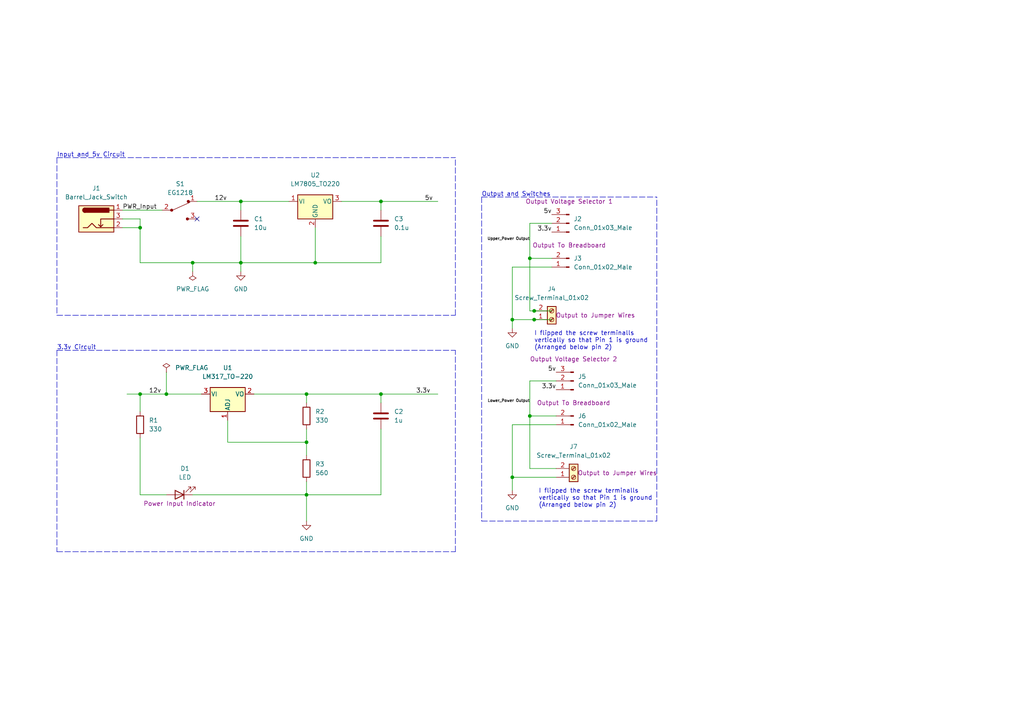
<source format=kicad_sch>
(kicad_sch (version 20211123) (generator eeschema)
  (paper "A4")
  (title_block (title "Breadboard Power Supply") (date "2023-01-02") (rev "1") (comment 1 "Peter Sheldon"))
  (lib_symbols
    (symbol "Connector:Barrel_Jack_Switch" (pin_names hide)
      (property "Reference" "J" (at 0 5.334 0))
      (property "Value" "Barrel_Jack_Switch" (at 0 -5.08 0))
      (symbol "Barrel_Jack_Switch_0_1"
        (rectangle (start -5.08 3.81) (end 5.08 -3.81) (stroke (width 0.254)) (fill (type background)))
        (arc (start -3.302 3.175) (mid -3.937 2.54) (end -3.302 1.905) (stroke (width 0.254)))
        (arc (start -3.302 3.175) (mid -3.937 2.54) (end -3.302 1.905) (stroke (width 0.254)) (fill (type outline)))
        (polyline (pts (xy 1.27 -2.286) (xy 1.905 -1.651)) (stroke (width 0.254)))
        (polyline (pts (xy 5.08 2.54) (xy 3.81 2.54)) (stroke (width 0.254)))
        (polyline (pts (xy 5.08 0) (xy 1.27 0) (xy 1.27 -2.286) (xy 0.635 -1.651)) (stroke (width 0.254)))
        (polyline (pts (xy -3.81 -2.54) (xy -2.54 -2.54) (xy -1.27 -1.27) (xy 0 -2.54) (xy 2.54 -2.54) (xy 5.08 -2.54)) (stroke (width 0.254)))
        (rectangle (start 3.683 3.175) (end -3.302 1.905) (stroke (width 0.254)) (fill (type outline)))
      )
      (symbol "Barrel_Jack_Switch_1_1"
        (pin passive line (at 7.62 2.54 180) (length 2.54) (name "~") (number "1"))
        (pin passive line (at 7.62 -2.54 180) (length 2.54) (name "~") (number "2"))
        (pin passive line (at 7.62 0 180) (length 2.54) (name "~") (number "3"))
      )
    )
    (symbol "Connector:Conn_01x02_Male" (pin_names (offset 1.016) hide)
      (property "Reference" "J" (at 0 2.54 0))
      (property "Value" "Conn_01x02_Male" (at 0 -5.08 0))
      (symbol "Conn_01x02_Male_1_1"
        (polyline (pts (xy 1.27 -2.54) (xy 0.8636 -2.54)) (stroke (width 0.1524)))
        (polyline (pts (xy 1.27 0) (xy 0.8636 0)) (stroke (width 0.1524)))
        (rectangle (start 0.8636 -2.413) (end 0 -2.667) (stroke (width 0.1524)) (fill (type outline)))
        (rectangle (start 0.8636 0.127) (end 0 -0.127) (stroke (width 0.1524)) (fill (type outline)))
        (pin passive line (at 5.08 0 180) (length 3.81) (name "Pin_1") (number "1"))
        (pin passive line (at 5.08 -2.54 180) (length 3.81) (name "Pin_2") (number "2"))
      )
    )
    (symbol "Connector:Conn_01x03_Male" (pin_names (offset 1.016) hide)
      (property "Reference" "J" (at 0 5.08 0))
      (property "Value" "Conn_01x03_Male" (at 0 -5.08 0))
      (symbol "Conn_01x03_Male_1_1"
        (polyline (pts (xy 1.27 -2.54) (xy 0.8636 -2.54)) (stroke (width 0.1524)))
        (polyline (pts (xy 1.27 0) (xy 0.8636 0)) (stroke (width 0.1524)))
        (polyline (pts (xy 1.27 2.54) (xy 0.8636 2.54)) (stroke (width 0.1524)))
        (rectangle (start 0.8636 -2.413) (end 0 -2.667) (stroke (width 0.1524)) (fill (type outline)))
        (rectangle (start 0.8636 0.127) (end 0 -0.127) (stroke (width 0.1524)) (fill (type outline)))
        (rectangle (start 0.8636 2.667) (end 0 2.413) (stroke (width 0.1524)) (fill (type outline)))
        (pin passive line (at 5.08 2.54 180) (length 3.81) (name "Pin_1") (number "1"))
        (pin passive line (at 5.08 0 180) (length 3.81) (name "Pin_2") (number "2"))
        (pin passive line (at 5.08 -2.54 180) (length 3.81) (name "Pin_3") (number "3"))
      )
    )
    (symbol "Connector:Screw_Terminal_01x02" (pin_names (offset 1.016) hide)
      (property "Reference" "J" (at 0 2.54 0))
      (property "Value" "Screw_Terminal_01x02" (at 0 -5.08 0))
      (symbol "Screw_Terminal_01x02_1_1"
        (rectangle (start -1.27 1.27) (end 1.27 -3.81) (stroke (width 0.254)) (fill (type background)))
        (circle (center 0 -2.54) (radius 0.635) (stroke (width 0.1524)))
        (polyline (pts (xy -0.5334 -2.2098) (xy 0.3302 -3.048)) (stroke (width 0.1524)))
        (polyline (pts (xy -0.5334 0.3302) (xy 0.3302 -0.508)) (stroke (width 0.1524)))
        (polyline (pts (xy -0.3556 -2.032) (xy 0.508 -2.8702)) (stroke (width 0.1524)))
        (polyline (pts (xy -0.3556 0.508) (xy 0.508 -0.3302)) (stroke (width 0.1524)))
        (circle (center 0 0) (radius 0.635) (stroke (width 0.1524)))
        (pin passive line (at -5.08 0 0) (length 3.81) (name "Pin_1") (number "1"))
        (pin passive line (at -5.08 -2.54 0) (length 3.81) (name "Pin_2") (number "2"))
      )
    )
    (symbol "Device:C" (pin_numbers hide) (pin_names (offset 0.254))
      (property "Reference" "C" (at 0.635 2.54 0))
      (property "Value" "C" (at 0.635 -2.54 0))
      (symbol "C_0_1"
        (polyline (pts (xy -2.032 -0.762) (xy 2.032 -0.762)) (stroke (width 0.508)))
        (polyline (pts (xy -2.032 0.762) (xy 2.032 0.762)) (stroke (width 0.508)))
      )
      (symbol "C_1_1"
        (pin passive line (at 0 3.81 270) (length 2.794) (name "~") (number "1"))
        (pin passive line (at 0 -3.81 90) (length 2.794) (name "~") (number "2"))
      )
    )
    (symbol "Device:LED" (pin_numbers hide) (pin_names (offset 1.016) hide)
      (property "Reference" "D" (at 0 2.54 0))
      (property "Value" "LED" (at 0 -2.54 0))
      (symbol "LED_0_1"
        (polyline (pts (xy -1.27 -1.27) (xy -1.27 1.27)) (stroke (width 0.254)))
        (polyline (pts (xy -1.27 0) (xy 1.27 0)))
        (polyline (pts (xy 1.27 -1.27) (xy 1.27 1.27) (xy -1.27 0) (xy 1.27 -1.27)) (stroke (width 0.254)))
        (polyline (pts (xy -3.048 -0.762) (xy -4.572 -2.286) (xy -3.81 -2.286) (xy -4.572 -2.286) (xy -4.572 -1.524)))
        (polyline (pts (xy -1.778 -0.762) (xy -3.302 -2.286) (xy -2.54 -2.286) (xy -3.302 -2.286) (xy -3.302 -1.524)))
      )
      (symbol "LED_1_1"
        (pin passive line (at -3.81 0 0) (length 2.54) (name "K") (number "1"))
        (pin passive line (at 3.81 0 180) (length 2.54) (name "A") (number "2"))
      )
    )
    (symbol "Device:R" (pin_numbers hide) (pin_names (offset 0))
      (property "Reference" "R" (at 2.032 0 90))
      (property "Value" "R" (at 0 0 90))
      (symbol "R_0_1"
        (rectangle (start -1.016 -2.54) (end 1.016 2.54) (stroke (width 0.254)))
      )
      (symbol "R_1_1"
        (pin passive line (at 0 3.81 270) (length 1.27) (name "~") (number "1"))
        (pin passive line (at 0 -3.81 90) (length 1.27) (name "~") (number "2"))
      )
    )
    (symbol "Regulator_Linear:LM317_TO-220" (pin_names (offset 0.254))
      (property "Reference" "U" (at -3.81 3.175 0))
      (property "Value" "LM317_TO-220" (at 0 3.175 0))
      (symbol "LM317_TO-220_0_1"
        (rectangle (start -5.08 1.905) (end 5.08 -5.08) (stroke (width 0.254)) (fill (type background)))
      )
      (symbol "LM317_TO-220_1_1"
        (pin input line (at 0 -7.62 90) (length 2.54) (name "ADJ") (number "1"))
        (pin power_out line (at 7.62 0 180) (length 2.54) (name "VO") (number "2"))
        (pin power_in line (at -7.62 0 0) (length 2.54) (name "VI") (number "3"))
      )
    )
    (symbol "Regulator_Linear:LM7805_TO220" (pin_names (offset 0.254))
      (property "Reference" "U" (at -3.81 3.175 0))
      (property "Value" "LM7805_TO220" (at 0 3.175 0))
      (symbol "LM7805_TO220_0_1"
        (rectangle (start -5.08 1.905) (end 5.08 -5.08) (stroke (width 0.254)) (fill (type background)))
      )
      (symbol "LM7805_TO220_1_1"
        (pin power_in line (at -7.62 0 0) (length 2.54) (name "VI") (number "1"))
        (pin power_in line (at 0 -7.62 90) (length 2.54) (name "GND") (number "2"))
        (pin power_out line (at 7.62 0 180) (length 2.54) (name "VO") (number "3"))
      )
    )
    (symbol "dk_Slide-Switches:EG1218" (pin_names (offset 0))
      (property "Reference" "S" (at -3.81 2.286 0))
      (property "Value" "EG1218" (at 0 -5.334 0))
      (symbol "EG1218_0_1"
        (circle (center -2.286 0) (radius 0.3556) (fill (type outline)))
        (polyline (pts (xy -2.032 0) (xy 3.048 2.286)))
        (circle (center 2.286 -2.54) (radius 0.3556) (fill (type outline)))
        (circle (center 2.54 2.54) (radius 0.3556) (fill (type outline)))
      )
      (symbol "EG1218_1_1"
        (pin passive line (at 5.08 2.54 180) (length 2.54) (name "~") (number "1"))
        (pin passive line (at -5.08 0 0) (length 2.54) (name "~") (number "2"))
        (pin passive line (at 5.08 -2.54 180) (length 2.54) (name "~") (number "3"))
      )
    )
    (symbol "power:GND" (power) (pin_names (offset 0))
      (property "Value" "GND" (at 0 -3.81 0))
      (symbol "GND_0_1"
        (polyline (pts (xy 0 0) (xy 0 -1.27) (xy 1.27 -1.27) (xy 0 -2.54) (xy -1.27 -1.27) (xy 0 -1.27)))
      )
      (symbol "GND_1_1"
        (pin power_in line (at 0 0 270) (length 0) hide (name "GND") (number "1"))
      )
    )
    (symbol "power:PWR_FLAG" (power) (pin_numbers hide) (pin_names (offset 0) hide)
      (property "Value" "PWR_FLAG" (at 0 3.81 0))
      (symbol "PWR_FLAG_0_0"
        (pin power_out line (at 0 0 90) (length 0) (name "pwr") (number "1"))
      )
      (symbol "PWR_FLAG_0_1"
        (polyline (pts (xy 0 0) (xy 0 1.27) (xy -1.016 1.905) (xy 0 2.54) (xy 1.016 1.905) (xy 0 1.27)))
      )
    )
  )
  (junction (at 91.44 76.2))
  (junction (at 153.67 120.65))
  (junction (at 153.67 74.93))
  (junction (at 154.94 90.17))
  (junction (at 69.85 76.2))
  (junction (at 88.9 143.51))
  (junction (at 110.49 114.3))
  (junction (at 40.64 114.3))
  (junction (at 48.26 114.3))
  (junction (at 69.85 58.42))
  (junction (at 88.9 114.3))
  (junction (at 88.9 128.27))
  (junction (at 154.94 92.71))
  (junction (at 40.64 66.04))
  (junction (at 110.49 58.42))
  (junction (at 148.59 92.71))
  (junction (at 55.88 76.2))
  (junction (at 148.59 138.43))
  (no_connect (at 57.15 63.5))
  (wire (pts (xy 66.04 128.27) (xy 88.9 128.27)))
  (wire (pts (xy 148.59 138.43) (xy 148.59 142.24)))
  (wire (pts (xy 110.49 68.58) (xy 110.49 76.2)))
  (wire (pts (xy 154.94 92.71) (xy 148.59 92.71)))
  (wire (pts (xy 110.49 124.46) (xy 110.49 143.51)))
  (wire (pts (xy 35.56 60.96) (xy 46.99 60.96)))
  (wire (pts (xy 69.85 58.42) (xy 83.82 58.42)))
  (wire (pts (xy 40.64 114.3) (xy 40.64 119.38)))
  (wire (pts (xy 88.9 114.3) (xy 110.49 114.3)))
  (wire (pts (xy 40.64 63.5) (xy 40.64 66.04)))
  (wire (pts (xy 153.67 120.65) (xy 153.67 110.49)))
  (polyline (pts (xy 139.7 57.15) (xy 190.5 57.15)))
  (wire (pts (xy 153.67 135.89) (xy 153.67 120.65)))
  (polyline (pts (xy 139.7 57.15) (xy 139.7 151.13)))
  (wire (pts (xy 161.29 135.89) (xy 153.67 135.89)))
  (wire (pts (xy 110.49 58.42) (xy 127 58.42)))
  (wire (pts (xy 161.29 138.43) (xy 148.59 138.43)))
  (wire (pts (xy 55.88 76.2) (xy 55.88 78.74)))
  (wire (pts (xy 160.02 92.71) (xy 154.94 92.71)))
  (wire (pts (xy 160.02 64.77) (xy 153.67 64.77)))
  (wire (pts (xy 160.02 74.93) (xy 153.67 74.93)))
  (wire (pts (xy 40.64 114.3) (xy 48.26 114.3)))
  (wire (pts (xy 88.9 143.51) (xy 88.9 151.13)))
  (wire (pts (xy 160.02 77.47) (xy 148.59 77.47)))
  (wire (pts (xy 153.67 74.93) (xy 153.67 90.17)))
  (polyline (pts (xy 16.51 101.6) (xy 132.08 101.6)))
  (wire (pts (xy 55.88 76.2) (xy 69.85 76.2)))
  (wire (pts (xy 91.44 76.2) (xy 110.49 76.2)))
  (wire (pts (xy 69.85 58.42) (xy 69.85 60.96)))
  (polyline (pts (xy 190.5 151.13) (xy 190.5 57.15)))
  (wire (pts (xy 110.49 58.42) (xy 110.49 60.96)))
  (wire (pts (xy 36.83 114.3) (xy 40.64 114.3)))
  (wire (pts (xy 57.15 58.42) (xy 69.85 58.42)))
  (wire (pts (xy 40.64 143.51) (xy 40.64 127)))
  (wire (pts (xy 69.85 76.2) (xy 91.44 76.2)))
  (wire (pts (xy 153.67 120.65) (xy 161.29 120.65)))
  (polyline (pts (xy 139.7 151.13) (xy 190.5 151.13)))
  (polyline (pts (xy 16.51 101.6) (xy 16.51 160.02)))
  (wire (pts (xy 88.9 114.3) (xy 88.9 116.84)))
  (wire (pts (xy 35.56 63.5) (xy 40.64 63.5)))
  (wire (pts (xy 110.49 114.3) (xy 110.49 116.84)))
  (wire (pts (xy 66.04 121.92) (xy 66.04 128.27)))
  (wire (pts (xy 48.26 107.95) (xy 48.26 114.3)))
  (wire (pts (xy 48.26 143.51) (xy 40.64 143.51)))
  (wire (pts (xy 110.49 143.51) (xy 88.9 143.51)))
  (wire (pts (xy 99.06 58.42) (xy 110.49 58.42)))
  (wire (pts (xy 88.9 124.46) (xy 88.9 128.27)))
  (wire (pts (xy 153.67 64.77) (xy 153.67 74.93)))
  (polyline (pts (xy 16.51 160.02) (xy 132.08 160.02)))
  (wire (pts (xy 148.59 123.19) (xy 148.59 138.43)))
  (wire (pts (xy 161.29 110.49) (xy 153.67 110.49)))
  (wire (pts (xy 88.9 143.51) (xy 55.88 143.51)))
  (wire (pts (xy 91.44 66.04) (xy 91.44 76.2)))
  (wire (pts (xy 40.64 76.2) (xy 55.88 76.2)))
  (polyline (pts (xy 16.51 91.44) (xy 132.08 91.44)))
  (polyline (pts (xy 132.08 91.44) (xy 132.08 45.72)))
  (wire (pts (xy 48.26 114.3) (xy 58.42 114.3)))
  (wire (pts (xy 69.85 68.58) (xy 69.85 76.2)))
  (wire (pts (xy 88.9 139.7) (xy 88.9 143.51)))
  (polyline (pts (xy 16.51 45.72) (xy 132.08 45.72)))
  (polyline (pts (xy 16.51 45.72) (xy 16.51 91.44)))
  (wire (pts (xy 40.64 66.04) (xy 40.64 76.2)))
  (wire (pts (xy 148.59 77.47) (xy 148.59 92.71)))
  (wire (pts (xy 153.67 90.17) (xy 154.94 90.17)))
  (polyline (pts (xy 132.08 160.02) (xy 132.08 101.6)))
  (wire (pts (xy 35.56 66.04) (xy 40.64 66.04)))
  (wire (pts (xy 148.59 92.71) (xy 148.59 95.25)))
  (wire (pts (xy 69.85 76.2) (xy 69.85 78.74)))
  (wire (pts (xy 110.49 114.3) (xy 127 114.3)))
  (wire (pts (xy 161.29 123.19) (xy 148.59 123.19)))
  (wire (pts (xy 88.9 128.27) (xy 88.9 132.08)))
  (wire (pts (xy 154.94 90.17) (xy 160.02 90.17)))
  (wire (pts (xy 73.66 114.3) (xy 88.9 114.3)))
  (text "Input and 5v Circuit" (at 16.51 45.72 0) (effects (font (size 1.27 1.27)) (justify left bottom)))
  (text "I flipped the screw terminalls \nvertically so that Pin 1 is ground \n(Arranged below pin 2)" (at 156.21 147.32 0) (effects (font (size 1.27 1.27)) (justify left bottom)))
  (text "Output and Switches" (at 139.7 57.15 0) (effects (font (size 1.27 1.27)) (justify left bottom)))
  (text "I flipped the screw terminalls \nvertically so that Pin 1 is ground \n(Arranged below pin 2)" (at 154.94 101.6 0) (effects (font (size 1.27 1.27)) (justify left bottom)))
  (text "3.3v Circuit" (at 16.51 101.6 0) (effects (font (size 1.27 1.27)) (justify left bottom)))
  (label "PWR_Input" (at 35.56 60.96 0))
  (label "12v" (at 62.23 58.42 0))
  (label "5v" (at 161.29 107.95 180))
  (label "Upper_Power Output" (at 153.67 69.85 180) (effects (font (size 0.8 0.8))))
  (label "Lower_Power Output" (at 153.67 116.84 180) (effects (font (size 0.8 0.8))))
  (label "12v" (at 43.18 114.3 0))
  (label "3.3v" (at 120.65 114.3 0))
  (label "3.3v" (at 161.29 113.03 180))
  (label "5v" (at 123.19 58.42 0))
  (label "5v" (at 160.02 62.23 180))
  (label "3.3v" (at 160.02 67.31 180))
  (symbol (lib_id "Device:C") (at 69.85 64.77 0) (unit 1)
    (property "Reference" "C1" (at 73.66 63.4999 0) (effects (justify left)))
    (property "Value" "10u" (at 73.66 66.0399 0) (effects (justify left)))
    (property "Footprint" "Capacitor_THT:C_Disc_D3.0mm_W1.6mm_P2.50mm" (effects hide))
  )
  (symbol (lib_id "Regulator_Linear:LM317_TO-220") (at 66.04 114.3 0) (unit 1)
    (property "Reference" "U1" (at 66.04 106.68 0))
    (property "Value" "LM317_TO-220" (at 66.04 109.22 0))
    (property "Footprint" "Package_TO_SOT_THT:TO-220-3_Vertical" (effects hide))
    (property "Datasheet" "http://www.ti.com/lit/ds/symlink/lm317.pdf" (effects hide))
  )
  (symbol (lib_id "Device:R") (at 88.9 120.65 180) (unit 1)
    (property "Reference" "R2" (at 91.44 119.3799 0) (effects (justify right)))
    (property "Value" "330" (at 91.44 121.9199 0) (effects (justify right)))
    (property "Footprint" "Resistor_THT:R_Axial_DIN0204_L3.6mm_D1.6mm_P7.62mm_Horizontal" (effects hide))
  )
  (symbol (lib_id "power:PWR_FLAG") (at 55.88 78.74 180) (unit 1)
    (property "Reference" "#FLG02" (effects hide))
    (property "Value" "PWR_FLAG" (at 55.88 83.82 0))
  )
  (symbol (lib_id "Device:R") (at 88.9 135.89 180) (unit 1)
    (property "Reference" "R3" (at 91.44 134.6199 0) (effects (justify right)))
    (property "Value" "560" (at 91.44 137.1599 0) (effects (justify right)))
    (property "Footprint" "Resistor_THT:R_Axial_DIN0204_L3.6mm_D1.6mm_P7.62mm_Horizontal" (effects hide))
  )
  (symbol (lib_id "Device:R") (at 40.64 123.19 180) (unit 1)
    (property "Reference" "R1" (at 43.18 121.9199 0) (effects (justify right)))
    (property "Value" "330" (at 43.18 124.4599 0) (effects (justify right)))
    (property "Footprint" "Resistor_THT:R_Axial_DIN0204_L3.6mm_D1.6mm_P7.62mm_Horizontal" (effects hide))
  )
  (symbol (lib_id "power:GND") (at 69.85 78.74 0) (unit 1)
    (property "Reference" "#PWR01" (effects hide))
    (property "Value" "GND" (at 69.85 83.82 0))
  )
  (symbol (lib_id "Connector:Conn_01x03_Male") (at 166.37 110.49 180) (unit 1)
    (property "Reference" "J5" (at 167.64 109.2199 0) (effects (justify right)))
    (property "Value" "Conn_01x03_Male" (at 167.64 111.7599 0) (effects (justify right)))
    (property "Footprint" "Connector_PinHeader_2.54mm:PinHeader_1x03_P2.54mm_Vertical" (effects hide))
    (property "Purpose" "Output Voltage Selector 2" (at 166.37 104.14 0))
  )
  (symbol (lib_id "Connector:Conn_01x02_Male") (at 166.37 123.19 180) (unit 1)
    (property "Reference" "J6" (at 167.64 120.6499 0) (effects (justify right)))
    (property "Value" "Conn_01x02_Male" (at 167.64 123.1899 0) (effects (justify right)))
    (property "Footprint" "Connector_PinHeader_2.54mm:PinHeader_1x02_P2.54mm_Vertical" (effects hide))
    (property "Purpose" "Output To Breadboard" (at 166.37 116.84 0))
  )
  (symbol (lib_id "Device:LED") (at 52.07 143.51 180) (unit 1)
    (property "Reference" "D1" (at 53.6575 135.89 0))
    (property "Value" "LED" (at 53.6575 138.43 0))
    (property "Footprint" "LED_THT:LED_D5.0mm" (effects hide))
    (property "Purpose" "Power Input Indicator" (at 52.07 146.05 0))
  )
  (symbol (lib_id "Connector:Screw_Terminal_01x02") (at 166.37 138.43 0) (mirror x) (unit 1)
    (property "Reference" "J7" (at 166.37 129.54 0))
    (property "Value" "Screw_Terminal_01x02" (at 166.37 132.08 0))
    (property "Footprint" "TerminalBlock:TerminalBlock_bornier-2_P5.08mm" (effects hide))
    (property "Purpose" "Output to Jumper Wires" (at 179.07 137.16 0))
  )
  (symbol (lib_id "Connector:Conn_01x02_Male") (at 165.1 77.47 180) (unit 1)
    (property "Reference" "J3" (at 166.37 74.9299 0) (effects (justify right)))
    (property "Value" "Conn_01x02_Male" (at 166.37 77.4699 0) (effects (justify right)))
    (property "Footprint" "Connector_PinHeader_2.54mm:PinHeader_1x02_P2.54mm_Vertical" (effects hide))
    (property "Purpose" "Output To Breadboard" (at 165.1 71.12 0))
  )
  (symbol (lib_id "power:PWR_FLAG") (at 48.26 107.95 0) (unit 1)
    (property "Reference" "#FLG01" (effects hide))
    (property "Value" "PWR_FLAG" (at 50.8 106.6799 0) (effects (justify left)))
  )
  (symbol (lib_id "dk_Slide-Switches:EG1218") (at 52.07 60.96 0) (unit 1)
    (property "Reference" "S1" (at 52.2732 53.34 0))
    (property "Value" "EG1218" (at 52.2732 55.88 0))
    (property "Footprint" "digikey-footprints:Switch_Slide_11.6x4mm_EG1218" (effects hide))
    (property "Datasheet" "http://spec_sheets.e-switch.com/specs/P040040.pdf" (effects hide))
    (property "Digi-Key_PN" "EG1903-ND" (effects hide))
    (property "MPN" "EG1218" (effects hide))
    (property "Category" "Switches" (effects hide))
    (property "Family" "Slide Switches" (effects hide))
    (property "DK_Datasheet_Link" "http://spec_sheets.e-switch.com/specs/P040040.pdf" (effects hide))
    (property "DK_Detail_Page" "/product-detail/en/e-switch/EG1218/EG1903-ND/101726" (effects hide))
    (property "Description" "SWITCH SLIDE SPDT 200MA 30V" (effects hide))
    (property "Manufacturer" "E-Switch" (effects hide))
    (property "Status" "Active" (effects hide))
  )
  (symbol (lib_id "Regulator_Linear:LM7805_TO220") (at 91.44 58.42 0) (unit 1)
    (property "Reference" "U2" (at 91.44 50.8 0))
    (property "Value" "LM7805_TO220" (at 91.44 53.34 0))
    (property "Footprint" "Package_TO_SOT_THT:TO-220-3_Vertical" (effects hide))
    (property "Datasheet" "https://www.onsemi.cn/PowerSolutions/document/MC7800-D.PDF" (effects hide))
  )
  (symbol (lib_id "power:GND") (at 88.9 151.13 0) (unit 1)
    (property "Reference" "#PWR02" (effects hide))
    (property "Value" "GND" (at 88.9 156.21 0))
  )
  (symbol (lib_id "Device:C") (at 110.49 120.65 0) (unit 1)
    (property "Reference" "C2" (at 114.3 119.3799 0) (effects (justify left)))
    (property "Value" "1u" (at 114.3 121.9199 0) (effects (justify left)))
    (property "Footprint" "Capacitor_THT:C_Disc_D3.0mm_W1.6mm_P2.50mm" (effects hide))
  )
  (symbol (lib_id "Connector:Screw_Terminal_01x02") (at 160.02 92.71 0) (mirror x) (unit 1)
    (property "Reference" "J4" (at 160.02 83.82 0))
    (property "Value" "Screw_Terminal_01x02" (at 160.02 86.36 0))
    (property "Footprint" "TerminalBlock:TerminalBlock_bornier-2_P5.08mm" (effects hide))
    (property "Purpose" "Output to Jumper Wires" (at 172.72 91.44 0))
  )
  (symbol (lib_id "power:GND") (at 148.59 95.25 0) (unit 1)
    (property "Reference" "#PWR03" (effects hide))
    (property "Value" "GND" (at 148.59 100.33 0))
  )
  (symbol (lib_id "Connector:Conn_01x03_Male") (at 165.1 64.77 180) (unit 1)
    (property "Reference" "J2" (at 166.37 63.4999 0) (effects (justify right)))
    (property "Value" "Conn_01x03_Male" (at 166.37 66.0399 0) (effects (justify right)))
    (property "Footprint" "Connector_PinHeader_2.54mm:PinHeader_1x03_P2.54mm_Vertical" (effects hide))
    (property "Purpose" "Output Voltage Selector 1" (at 165.1 58.42 0))
  )
  (symbol (lib_id "power:GND") (at 148.59 142.24 0) (unit 1)
    (property "Reference" "#PWR04" (effects hide))
    (property "Value" "GND" (at 148.59 147.32 0))
  )
  (symbol (lib_id "Connector:Barrel_Jack_Switch") (at 27.94 63.5 0) (unit 1)
    (property "Reference" "J1" (at 27.94 54.61 0))
    (property "Value" "Barrel_Jack_Switch" (at 27.94 57.15 0))
    (property "Footprint" "Connector_BarrelJack:BarrelJack_Horizontal" (effects hide))
  )
  (symbol (lib_id "Device:C") (at 110.49 64.77 0) (unit 1)
    (property "Reference" "C3" (at 114.3 63.4999 0) (effects (justify left)))
    (property "Value" "0.1u" (at 114.3 66.0399 0) (effects (justify left)))
    (property "Footprint" "Capacitor_THT:C_Disc_D3.0mm_W1.6mm_P2.50mm" (effects hide))
  )
)
</source>
